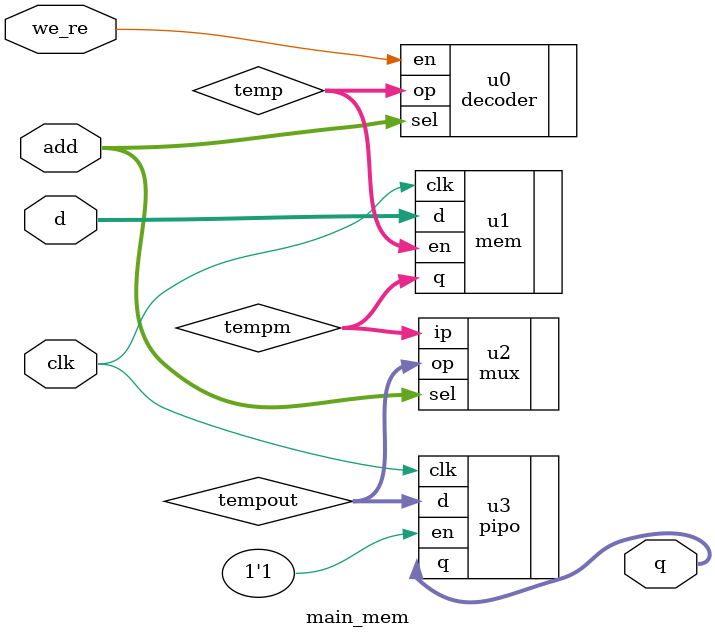
<source format=v>
module main_mem(d,clk,we_re,add,q);
  parameter m=4;
  input [2**m-1:0]d;
  input [m-1:0]add;
  input clk,we_re;
  output [2**m-1:0]q;
  
  wire [2**m-1:0]temp,tempout;
  wire [2**m*2**m-1:0]tempm;
  
  
  //wire     [2**m-1:0]array[2**m-1:0];
  
  //assign tempm = {array[15],array[14],array[13],array[12],array[11],array[10],array[9],array[8],array[7],array[6],array[5],array[4],array[3],array[2],array[1],array[0]} ;
  
  decoder u0(.sel(add),.en(we_re),.op(temp));
  mem u1(.d(d),.clk(clk),.en(temp),.q(tempm));
  mux u2(.ip(tempm),.sel(add),.op(tempout));
  pipo u3(.d(tempout),.clk(clk),.en(1'b1),.q(q));
  
endmodule
</source>
